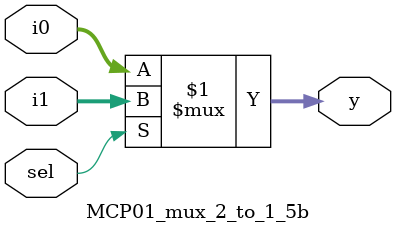
<source format=v>
module MCP01_mux_2_to_1_5b(i0, i1, sel, y);
	input [4:0] i0, i1;
	input sel;
	output [4:0] y;
	
	assign y = sel ? i1 : i0;

endmodule
</source>
